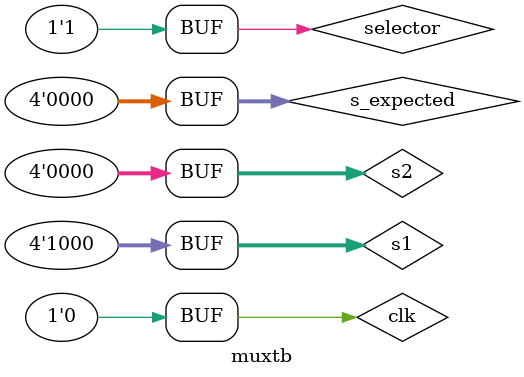
<source format=sv>

`timescale 1ns/1ns
`default_nettype none
`define N_TV 16


module muxtb();
 // Set up test signals
 logic clk, reset;
 logic [3:0] s_expected;
 logic [3:0] s1;
 logic [3:0] s2;
 logic selector;
 logic [3:0] s;




 // Instantiate the device under test
 mux dut(.s1(s1), .s2(s2), .selector(selector), .s(s));

 // Generate clock signal with a period of 10 timesteps.
 always
   begin
     clk = 1; #5;
     clk = 0; #5;
   end
  
 // At the start of the simulation:
 //  - Load the testvectors
 //  - Pulse the reset line (if applicable)
 initial
   begin
	 s1 = 4'b1000;
         s2 = 4'b0000;
	 selector = 1;
	 s_expected = 4'b0000;
	// if (s == s2) return 1;
     	#20;

	selector = 0;
	s_expected = 4'b1000;

	//if (s == s1) return 1;
	#20;

	selector = 1;
	s_expected = 4'b0000;

   end
  // Apply test vector on the rising edge of clk
 
endmodule

</source>
